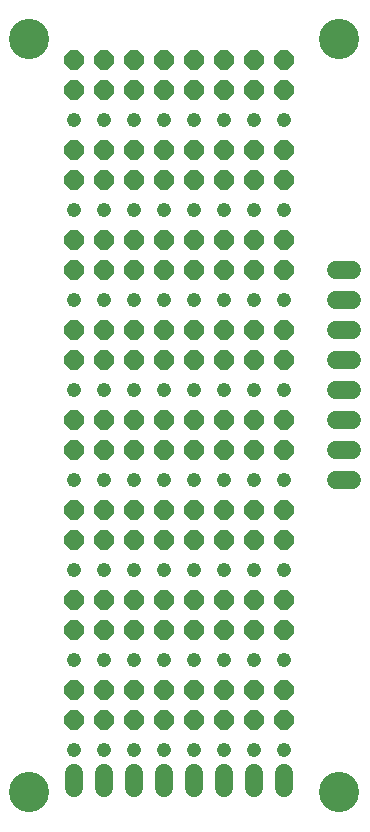
<source format=gbs>
G75*
G70*
%OFA0B0*%
%FSLAX24Y24*%
%IPPOS*%
%LPD*%
%AMOC8*
5,1,8,0,0,1.08239X$1,22.5*
%
%ADD10C,0.1340*%
%ADD11OC8,0.0640*%
%ADD12C,0.0600*%
%ADD13C,0.0476*%
D10*
X001183Y001191D03*
X011517Y001191D03*
X011517Y026281D03*
X001183Y026281D03*
D11*
X002691Y025581D03*
X002691Y024581D03*
X002691Y022581D03*
X002691Y021581D03*
X002691Y019581D03*
X002691Y018581D03*
X002691Y016581D03*
X002691Y015581D03*
X002691Y013581D03*
X002691Y012581D03*
X002691Y010581D03*
X002691Y009581D03*
X003691Y009581D03*
X003691Y010581D03*
X003691Y012581D03*
X003691Y013581D03*
X003691Y015581D03*
X003691Y016581D03*
X003691Y018581D03*
X003691Y019581D03*
X003691Y021581D03*
X003691Y022581D03*
X003691Y024581D03*
X003691Y025581D03*
X004691Y025581D03*
X004691Y024581D03*
X004691Y022581D03*
X004691Y021581D03*
X004691Y019581D03*
X004691Y018581D03*
X004691Y016581D03*
X004691Y015581D03*
X004691Y013581D03*
X004691Y012581D03*
X004691Y010581D03*
X004691Y009581D03*
X005691Y009581D03*
X005691Y010581D03*
X005691Y012581D03*
X005691Y013581D03*
X005691Y015581D03*
X005691Y016581D03*
X005691Y018581D03*
X005691Y019581D03*
X005691Y021581D03*
X005691Y022581D03*
X005691Y024581D03*
X005691Y025581D03*
X006691Y025581D03*
X006691Y024581D03*
X006691Y022581D03*
X006691Y021581D03*
X006691Y019581D03*
X006691Y018581D03*
X006691Y016581D03*
X006691Y015581D03*
X006691Y013581D03*
X006691Y012581D03*
X006691Y010581D03*
X006691Y009581D03*
X007691Y009581D03*
X007691Y010581D03*
X008691Y010581D03*
X008691Y009581D03*
X009691Y009581D03*
X009691Y010581D03*
X009691Y012581D03*
X009691Y013581D03*
X009691Y015581D03*
X009691Y016581D03*
X009691Y018581D03*
X009691Y019581D03*
X009691Y021581D03*
X009691Y022581D03*
X009691Y024581D03*
X009691Y025581D03*
X008691Y025581D03*
X008691Y024581D03*
X007691Y024581D03*
X007691Y025581D03*
X007691Y022581D03*
X007691Y021581D03*
X008691Y021581D03*
X008691Y022581D03*
X008691Y019581D03*
X008691Y018581D03*
X007691Y018581D03*
X007691Y019581D03*
X007691Y016581D03*
X007691Y015581D03*
X008691Y015581D03*
X008691Y016581D03*
X008691Y013581D03*
X008691Y012581D03*
X007691Y012581D03*
X007691Y013581D03*
X007691Y007581D03*
X007691Y006581D03*
X008691Y006581D03*
X008691Y007581D03*
X009691Y007581D03*
X009691Y006581D03*
X009691Y004581D03*
X009691Y003581D03*
X008691Y003581D03*
X008691Y004581D03*
X007691Y004581D03*
X007691Y003581D03*
X006691Y003581D03*
X006691Y004581D03*
X005691Y004581D03*
X005691Y003581D03*
X004691Y003581D03*
X004691Y004581D03*
X003691Y004581D03*
X003691Y003581D03*
X002691Y003581D03*
X002691Y004581D03*
X002691Y006581D03*
X002691Y007581D03*
X003691Y007581D03*
X003691Y006581D03*
X004691Y006581D03*
X004691Y007581D03*
X005691Y007581D03*
X005691Y006581D03*
X006691Y006581D03*
X006691Y007581D03*
D12*
X006691Y001841D02*
X006691Y001321D01*
X007691Y001321D02*
X007691Y001841D01*
X008691Y001841D02*
X008691Y001321D01*
X009691Y001321D02*
X009691Y001841D01*
X005691Y001841D02*
X005691Y001321D01*
X004691Y001321D02*
X004691Y001841D01*
X003691Y001841D02*
X003691Y001321D01*
X002691Y001321D02*
X002691Y001841D01*
X011431Y011581D02*
X011951Y011581D01*
X011951Y012581D02*
X011431Y012581D01*
X011431Y013581D02*
X011951Y013581D01*
X011951Y014581D02*
X011431Y014581D01*
X011431Y015581D02*
X011951Y015581D01*
X011951Y016581D02*
X011431Y016581D01*
X011431Y017581D02*
X011951Y017581D01*
X011951Y018581D02*
X011431Y018581D01*
D13*
X009691Y017581D03*
X008691Y017581D03*
X007691Y017581D03*
X006691Y017581D03*
X005691Y017581D03*
X004691Y017581D03*
X003691Y017581D03*
X002691Y017581D03*
X002691Y014581D03*
X003691Y014581D03*
X004691Y014581D03*
X005691Y014581D03*
X006691Y014581D03*
X007691Y014581D03*
X008691Y014581D03*
X009691Y014581D03*
X009691Y011581D03*
X008691Y011581D03*
X007691Y011581D03*
X006691Y011581D03*
X005691Y011581D03*
X004691Y011581D03*
X003691Y011581D03*
X002691Y011581D03*
X002691Y008581D03*
X003691Y008581D03*
X004691Y008581D03*
X005691Y008581D03*
X006691Y008581D03*
X007691Y008581D03*
X008691Y008581D03*
X009691Y008581D03*
X009691Y005581D03*
X008691Y005581D03*
X007691Y005581D03*
X006691Y005581D03*
X005691Y005581D03*
X004691Y005581D03*
X003691Y005581D03*
X002691Y005581D03*
X002691Y002581D03*
X003691Y002581D03*
X004691Y002581D03*
X005691Y002581D03*
X006691Y002581D03*
X007691Y002581D03*
X008691Y002581D03*
X009691Y002581D03*
X009691Y020581D03*
X008691Y020581D03*
X007691Y020581D03*
X006691Y020581D03*
X005691Y020581D03*
X004691Y020581D03*
X003691Y020581D03*
X002691Y020581D03*
X002691Y023581D03*
X003691Y023581D03*
X004691Y023581D03*
X005691Y023581D03*
X006691Y023581D03*
X007691Y023581D03*
X008691Y023581D03*
X009691Y023581D03*
M02*

</source>
